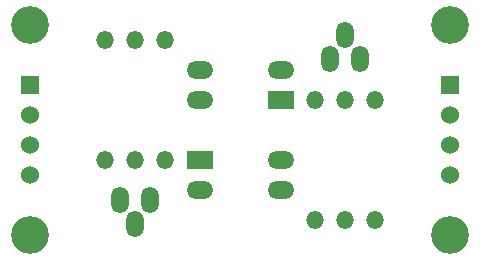
<source format=gbs>
G04 (created by PCBNEW (2013-07-07 BZR 4022)-stable) date 5/4/2015 11:47:39 PM*
%MOIN*%
G04 Gerber Fmt 3.4, Leading zero omitted, Abs format*
%FSLAX34Y34*%
G01*
G70*
G90*
G04 APERTURE LIST*
%ADD10C,0.00590551*%
%ADD11O,0.059X0.0885*%
%ADD12O,0.059X0.059*%
%ADD13R,0.06X0.06*%
%ADD14C,0.06*%
%ADD15C,0.125984*%
%ADD16R,0.0885X0.059*%
%ADD17O,0.0885X0.059*%
G04 APERTURE END LIST*
G54D10*
G54D11*
X83500Y-27352D03*
X83000Y-28147D03*
X82500Y-27352D03*
X89500Y-22647D03*
X90000Y-21852D03*
X90500Y-22647D03*
G54D12*
X82000Y-22000D03*
X82000Y-26000D03*
X89000Y-28000D03*
X89000Y-24000D03*
X83000Y-22000D03*
X83000Y-26000D03*
X91000Y-28000D03*
X91000Y-24000D03*
X84000Y-22000D03*
X84000Y-26000D03*
X90000Y-28000D03*
X90000Y-24000D03*
G54D13*
X79500Y-23500D03*
G54D14*
X79500Y-24500D03*
X79500Y-25500D03*
X79500Y-26500D03*
G54D13*
X93500Y-23500D03*
G54D14*
X93500Y-24500D03*
X93500Y-25500D03*
X93500Y-26500D03*
G54D15*
X79500Y-21500D03*
X93500Y-21500D03*
X93500Y-28500D03*
X79500Y-28500D03*
G54D16*
X87852Y-24000D03*
G54D17*
X87852Y-23000D03*
X85147Y-23000D03*
X85147Y-24000D03*
G54D16*
X85147Y-26000D03*
G54D17*
X85147Y-27000D03*
X87852Y-27000D03*
X87852Y-26000D03*
M02*

</source>
